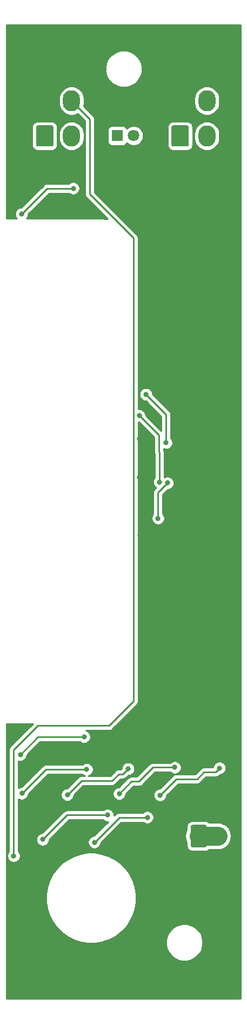
<source format=gbr>
%TF.GenerationSoftware,KiCad,Pcbnew,(5.1.10)-1*%
%TF.CreationDate,2022-05-14T12:30:45+10:00*%
%TF.ProjectId,DEFOG Panel PCB V2,4445464f-4720-4506-916e-656c20504342,rev?*%
%TF.SameCoordinates,Original*%
%TF.FileFunction,Copper,L2,Bot*%
%TF.FilePolarity,Positive*%
%FSLAX46Y46*%
G04 Gerber Fmt 4.6, Leading zero omitted, Abs format (unit mm)*
G04 Created by KiCad (PCBNEW (5.1.10)-1) date 2022-05-14 12:30:45*
%MOMM*%
%LPD*%
G01*
G04 APERTURE LIST*
%TA.AperFunction,ComponentPad*%
%ADD10O,2.700000X3.300000*%
%TD*%
%TA.AperFunction,ComponentPad*%
%ADD11C,1.800000*%
%TD*%
%TA.AperFunction,ComponentPad*%
%ADD12R,1.800000X1.800000*%
%TD*%
%TA.AperFunction,ViaPad*%
%ADD13C,0.800000*%
%TD*%
%TA.AperFunction,Conductor*%
%ADD14C,3.000000*%
%TD*%
%TA.AperFunction,Conductor*%
%ADD15C,0.250000*%
%TD*%
%TA.AperFunction,Conductor*%
%ADD16C,0.254000*%
%TD*%
%TA.AperFunction,Conductor*%
%ADD17C,0.100000*%
%TD*%
G04 APERTURE END LIST*
D10*
%TO.P,J2,4*%
%TO.N,/DATAOUT*%
X131520000Y-43320000D03*
%TO.P,J2,3*%
%TO.N,/LEDGND*%
X127320000Y-43320000D03*
%TO.P,J2,2*%
%TO.N,/LED+5V*%
X131520000Y-48820000D03*
%TO.P,J2,1*%
%TA.AperFunction,ComponentPad*%
G36*
G01*
X125970000Y-50218900D02*
X125970000Y-47421100D01*
G75*
G02*
X126221100Y-47170000I251100J0D01*
G01*
X128418900Y-47170000D01*
G75*
G02*
X128670000Y-47421100I0J-251100D01*
G01*
X128670000Y-50218900D01*
G75*
G02*
X128418900Y-50470000I-251100J0D01*
G01*
X126221100Y-50470000D01*
G75*
G02*
X125970000Y-50218900I0J251100D01*
G01*
G37*
%TD.AperFunction*%
%TD*%
%TO.P,J1,4*%
%TO.N,/DATAIN*%
X152730000Y-43320000D03*
%TO.P,J1,3*%
%TO.N,/LEDGND*%
X148530000Y-43320000D03*
%TO.P,J1,2*%
%TO.N,/LED+5V*%
X152730000Y-48820000D03*
%TO.P,J1,1*%
%TA.AperFunction,ComponentPad*%
G36*
G01*
X147180000Y-50218900D02*
X147180000Y-47421100D01*
G75*
G02*
X147431100Y-47170000I251100J0D01*
G01*
X149628900Y-47170000D01*
G75*
G02*
X149880000Y-47421100I0J-251100D01*
G01*
X149880000Y-50218900D01*
G75*
G02*
X149628900Y-50470000I-251100J0D01*
G01*
X147431100Y-50470000D01*
G75*
G02*
X147180000Y-50218900I0J251100D01*
G01*
G37*
%TD.AperFunction*%
%TD*%
D11*
%TO.P,D30,2*%
%TO.N,/LED+5V*%
X141250000Y-48780000D03*
D12*
%TO.P,D30,1*%
%TO.N,Net-(D30-Pad1)*%
X138710000Y-48780000D03*
%TD*%
%TO.P,C1,2*%
%TO.N,/LEDGND*%
%TA.AperFunction,SMDPad,CuDef*%
G36*
G01*
X152450000Y-153470000D02*
X150450000Y-153470000D01*
G75*
G02*
X150200000Y-153220000I0J250000D01*
G01*
X150200000Y-150220000D01*
G75*
G02*
X150450000Y-149970000I250000J0D01*
G01*
X152450000Y-149970000D01*
G75*
G02*
X152700000Y-150220000I0J-250000D01*
G01*
X152700000Y-153220000D01*
G75*
G02*
X152450000Y-153470000I-250000J0D01*
G01*
G37*
%TD.AperFunction*%
%TO.P,C1,1*%
%TO.N,/LED+5V*%
%TA.AperFunction,SMDPad,CuDef*%
G36*
G01*
X152450000Y-159970000D02*
X150450000Y-159970000D01*
G75*
G02*
X150200000Y-159720000I0J250000D01*
G01*
X150200000Y-156720000D01*
G75*
G02*
X150450000Y-156470000I250000J0D01*
G01*
X152450000Y-156470000D01*
G75*
G02*
X152700000Y-156720000I0J-250000D01*
G01*
X152700000Y-159720000D01*
G75*
G02*
X152450000Y-159970000I-250000J0D01*
G01*
G37*
%TD.AperFunction*%
%TD*%
D13*
%TO.N,/LEDGND*%
X139808000Y-53447500D03*
X130302000Y-158242000D03*
X122428000Y-164592000D03*
X122440000Y-173724000D03*
X129540000Y-175260000D03*
X133480000Y-180724000D03*
X140706000Y-179822000D03*
X145542000Y-169926000D03*
X143256000Y-161290000D03*
X145401000Y-158101000D03*
X155956000Y-151638000D03*
X148590000Y-151638000D03*
X141224000Y-151638000D03*
X134366000Y-151384000D03*
X127254000Y-151384000D03*
X133289000Y-144465000D03*
X125984000Y-145288000D03*
X142240000Y-111252000D03*
X142160000Y-102188000D03*
X142130000Y-96156000D03*
X134609000Y-59955000D03*
X137922000Y-159258000D03*
X126800000Y-60900000D03*
%TO.N,/LED+5V*%
X154410000Y-158220000D03*
X153692000Y-158220000D03*
X152930000Y-158220000D03*
%TO.N,Net-(D1-Pad2)*%
X123700000Y-61000000D03*
X131800000Y-57000000D03*
%TO.N,Net-(D2-Pad2)*%
X146350000Y-96750000D03*
X143200000Y-89200000D03*
%TO.N,Net-(D3-Pad2)*%
X142130000Y-92530000D03*
X145300000Y-102900000D03*
%TO.N,Net-(D4-Pad2)*%
X145070000Y-108570000D03*
X146550000Y-103050000D03*
%TO.N,Net-(D6-Pad2)*%
X133485000Y-142715000D03*
X123500000Y-145500000D03*
%TO.N,Net-(D8-Pad2)*%
X123754000Y-151554000D03*
X133900000Y-147800000D03*
%TO.N,Net-(D10-Pad4)*%
X130866000Y-151766000D03*
X140400000Y-147700000D03*
%TO.N,Net-(D10-Pad2)*%
X139000000Y-151600000D03*
X147700000Y-147500000D03*
%TO.N,Net-(D11-Pad2)*%
X145400000Y-151820000D03*
X154700000Y-147600000D03*
%TO.N,Net-(D13-Pad2)*%
X127000000Y-158750000D03*
X137160000Y-154940000D03*
%TO.N,Net-(D14-Pad2)*%
X135100000Y-159200000D03*
X143400000Y-155300000D03*
%TO.N,/DATAOUT*%
X122460000Y-161322000D03*
%TD*%
D14*
%TO.N,/LED+5V*%
X151450000Y-158220000D02*
X152930000Y-158220000D01*
X154410000Y-158220000D02*
X154410000Y-158220000D01*
X153692000Y-158220000D02*
X154410000Y-158220000D01*
X152930000Y-158220000D02*
X153692000Y-158220000D01*
D15*
%TO.N,Net-(D1-Pad2)*%
X127700000Y-57000000D02*
X123700000Y-61000000D01*
X131800000Y-57000000D02*
X127700000Y-57000000D01*
%TO.N,Net-(D2-Pad2)*%
X146350000Y-92350000D02*
X143200000Y-89200000D01*
X146350000Y-96750000D02*
X146350000Y-92350000D01*
%TO.N,Net-(D3-Pad2)*%
X145300000Y-98252998D02*
X145200000Y-98152998D01*
X145300000Y-102900000D02*
X145300000Y-98252998D01*
X145200000Y-95600000D02*
X142130000Y-92530000D01*
X145200000Y-98152998D02*
X145200000Y-95600000D01*
%TO.N,Net-(D4-Pad2)*%
X145070000Y-104530000D02*
X146550000Y-103050000D01*
X145070000Y-108570000D02*
X145070000Y-104530000D01*
%TO.N,Net-(D6-Pad2)*%
X126285000Y-142715000D02*
X123500000Y-145500000D01*
X133485000Y-142715000D02*
X126285000Y-142715000D01*
%TO.N,Net-(D8-Pad2)*%
X127508000Y-147800000D02*
X123754000Y-151554000D01*
X133900000Y-147800000D02*
X127508000Y-147800000D01*
%TO.N,Net-(D10-Pad4)*%
X139574999Y-148525001D02*
X140400000Y-147700000D01*
X138906999Y-148525001D02*
X139574999Y-148525001D01*
X133066000Y-149566000D02*
X137866000Y-149566000D01*
X137866000Y-149566000D02*
X138906999Y-148525001D01*
X130866000Y-151766000D02*
X133066000Y-149566000D01*
%TO.N,Net-(D10-Pad2)*%
X144288998Y-147500000D02*
X142088998Y-149700000D01*
X147700000Y-147500000D02*
X144288998Y-147500000D01*
X140900000Y-149700000D02*
X139000000Y-151600000D01*
X142088998Y-149700000D02*
X140900000Y-149700000D01*
%TO.N,Net-(D11-Pad2)*%
X154074999Y-148225001D02*
X154700000Y-147600000D01*
X152274999Y-148225001D02*
X154074999Y-148225001D01*
X147920000Y-149300000D02*
X151200000Y-149300000D01*
X151200000Y-149300000D02*
X152274999Y-148225001D01*
X145400000Y-151820000D02*
X147920000Y-149300000D01*
%TO.N,Net-(D13-Pad2)*%
X130810000Y-154940000D02*
X127000000Y-158750000D01*
X137160000Y-154940000D02*
X130810000Y-154940000D01*
%TO.N,Net-(D14-Pad2)*%
X139000000Y-155300000D02*
X135100000Y-159200000D01*
X143400000Y-155300000D02*
X139000000Y-155300000D01*
%TO.N,/DATAOUT*%
X122460000Y-161322000D02*
X122460000Y-144748000D01*
X122460000Y-144748000D02*
X126238000Y-140970000D01*
X137393436Y-140970000D02*
X141224000Y-137139436D01*
X126238000Y-140970000D02*
X137393436Y-140970000D01*
X141224000Y-137139436D02*
X141224000Y-64770000D01*
X141224000Y-64770000D02*
X134366000Y-57912000D01*
X134366000Y-46166000D02*
X131520000Y-43320000D01*
X134366000Y-57912000D02*
X134366000Y-46166000D01*
%TD*%
D16*
%TO.N,/LEDGND*%
X157999016Y-183652625D02*
X121369016Y-183652625D01*
X121369016Y-167320173D01*
X127520918Y-167320173D01*
X127520918Y-168435077D01*
X127695328Y-169536254D01*
X128039852Y-170596591D01*
X128546008Y-171589977D01*
X129201332Y-172491953D01*
X129989688Y-173280309D01*
X130891664Y-173935633D01*
X131885050Y-174441789D01*
X132945387Y-174786313D01*
X134046564Y-174960723D01*
X135161468Y-174960723D01*
X136262645Y-174786313D01*
X136904921Y-174577625D01*
X146315367Y-174577625D01*
X146315367Y-175147625D01*
X146426568Y-175706671D01*
X146644698Y-176233282D01*
X146961372Y-176707219D01*
X147364422Y-177110269D01*
X147838359Y-177426943D01*
X148364970Y-177645073D01*
X148924016Y-177756274D01*
X149494016Y-177756274D01*
X150053062Y-177645073D01*
X150579673Y-177426943D01*
X151053610Y-177110269D01*
X151456660Y-176707219D01*
X151773334Y-176233282D01*
X151991464Y-175706671D01*
X152102665Y-175147625D01*
X152102665Y-174577625D01*
X151991464Y-174018579D01*
X151773334Y-173491968D01*
X151456660Y-173018031D01*
X151053610Y-172614981D01*
X150579673Y-172298307D01*
X150053062Y-172080177D01*
X149494016Y-171968976D01*
X148924016Y-171968976D01*
X148364970Y-172080177D01*
X147838359Y-172298307D01*
X147364422Y-172614981D01*
X146961372Y-173018031D01*
X146644698Y-173491968D01*
X146426568Y-174018579D01*
X146315367Y-174577625D01*
X136904921Y-174577625D01*
X137322982Y-174441789D01*
X138316368Y-173935633D01*
X139218344Y-173280309D01*
X140006700Y-172491953D01*
X140662024Y-171589977D01*
X141168180Y-170596591D01*
X141512704Y-169536254D01*
X141687114Y-168435077D01*
X141687114Y-167320173D01*
X141512704Y-166218996D01*
X141168180Y-165158659D01*
X140662024Y-164165273D01*
X140006700Y-163263297D01*
X139218344Y-162474941D01*
X138316368Y-161819617D01*
X137322982Y-161313461D01*
X136262645Y-160968937D01*
X135161468Y-160794527D01*
X134046564Y-160794527D01*
X132945387Y-160968937D01*
X131885050Y-161313461D01*
X130891664Y-161819617D01*
X129989688Y-162474941D01*
X129201332Y-163263297D01*
X128546008Y-164165273D01*
X128039852Y-165158659D01*
X127695328Y-166218996D01*
X127520918Y-167320173D01*
X121369016Y-167320173D01*
X121369016Y-140672625D01*
X125460573Y-140672625D01*
X121948998Y-144184201D01*
X121920000Y-144207999D01*
X121896202Y-144236997D01*
X121896201Y-144236998D01*
X121825026Y-144323724D01*
X121754454Y-144455754D01*
X121710998Y-144599015D01*
X121696324Y-144748000D01*
X121700001Y-144785333D01*
X121700000Y-160618289D01*
X121656063Y-160662226D01*
X121542795Y-160831744D01*
X121464774Y-161020102D01*
X121425000Y-161220061D01*
X121425000Y-161423939D01*
X121464774Y-161623898D01*
X121542795Y-161812256D01*
X121656063Y-161981774D01*
X121800226Y-162125937D01*
X121969744Y-162239205D01*
X122158102Y-162317226D01*
X122358061Y-162357000D01*
X122561939Y-162357000D01*
X122761898Y-162317226D01*
X122950256Y-162239205D01*
X123119774Y-162125937D01*
X123263937Y-161981774D01*
X123377205Y-161812256D01*
X123455226Y-161623898D01*
X123495000Y-161423939D01*
X123495000Y-161220061D01*
X123455226Y-161020102D01*
X123377205Y-160831744D01*
X123263937Y-160662226D01*
X123220000Y-160618289D01*
X123220000Y-158648061D01*
X125965000Y-158648061D01*
X125965000Y-158851939D01*
X126004774Y-159051898D01*
X126082795Y-159240256D01*
X126196063Y-159409774D01*
X126340226Y-159553937D01*
X126509744Y-159667205D01*
X126698102Y-159745226D01*
X126898061Y-159785000D01*
X127101939Y-159785000D01*
X127301898Y-159745226D01*
X127490256Y-159667205D01*
X127659774Y-159553937D01*
X127803937Y-159409774D01*
X127917205Y-159240256D01*
X127995226Y-159051898D01*
X128035000Y-158851939D01*
X128035000Y-158789801D01*
X131124802Y-155700000D01*
X136456289Y-155700000D01*
X136500226Y-155743937D01*
X136669744Y-155857205D01*
X136858102Y-155935226D01*
X137058061Y-155975000D01*
X137250198Y-155975000D01*
X135060199Y-158165000D01*
X134998061Y-158165000D01*
X134798102Y-158204774D01*
X134609744Y-158282795D01*
X134440226Y-158396063D01*
X134296063Y-158540226D01*
X134182795Y-158709744D01*
X134104774Y-158898102D01*
X134065000Y-159098061D01*
X134065000Y-159301939D01*
X134104774Y-159501898D01*
X134182795Y-159690256D01*
X134296063Y-159859774D01*
X134440226Y-160003937D01*
X134609744Y-160117205D01*
X134798102Y-160195226D01*
X134998061Y-160235000D01*
X135201939Y-160235000D01*
X135401898Y-160195226D01*
X135590256Y-160117205D01*
X135759774Y-160003937D01*
X135903937Y-159859774D01*
X136017205Y-159690256D01*
X136095226Y-159501898D01*
X136135000Y-159301939D01*
X136135000Y-159239801D01*
X137154801Y-158220000D01*
X149304670Y-158220000D01*
X149345892Y-158638533D01*
X149467974Y-159040982D01*
X149561928Y-159216758D01*
X149561928Y-159720000D01*
X149578992Y-159893254D01*
X149629528Y-160059850D01*
X149711595Y-160213386D01*
X149822038Y-160347962D01*
X149956614Y-160458405D01*
X150110150Y-160540472D01*
X150276746Y-160591008D01*
X150450000Y-160608072D01*
X152450000Y-160608072D01*
X152623254Y-160591008D01*
X152789850Y-160540472D01*
X152943386Y-160458405D01*
X153069386Y-160355000D01*
X154514882Y-160355000D01*
X154828533Y-160324108D01*
X155230982Y-160202026D01*
X155601881Y-160003777D01*
X155926977Y-159736977D01*
X156193777Y-159411881D01*
X156392026Y-159040982D01*
X156514108Y-158638533D01*
X156555330Y-158220000D01*
X156514108Y-157801467D01*
X156392026Y-157399018D01*
X156193777Y-157028119D01*
X155926977Y-156703023D01*
X155601881Y-156436223D01*
X155230982Y-156237974D01*
X154828533Y-156115892D01*
X154514882Y-156085000D01*
X153069386Y-156085000D01*
X152943386Y-155981595D01*
X152789850Y-155899528D01*
X152623254Y-155848992D01*
X152450000Y-155831928D01*
X150450000Y-155831928D01*
X150276746Y-155848992D01*
X150110150Y-155899528D01*
X149956614Y-155981595D01*
X149822038Y-156092038D01*
X149711595Y-156226614D01*
X149629528Y-156380150D01*
X149578992Y-156546746D01*
X149561928Y-156720000D01*
X149561928Y-157223242D01*
X149467974Y-157399018D01*
X149345892Y-157801467D01*
X149304670Y-158220000D01*
X137154801Y-158220000D01*
X139314802Y-156060000D01*
X142696289Y-156060000D01*
X142740226Y-156103937D01*
X142909744Y-156217205D01*
X143098102Y-156295226D01*
X143298061Y-156335000D01*
X143501939Y-156335000D01*
X143701898Y-156295226D01*
X143890256Y-156217205D01*
X144059774Y-156103937D01*
X144203937Y-155959774D01*
X144317205Y-155790256D01*
X144395226Y-155601898D01*
X144435000Y-155401939D01*
X144435000Y-155198061D01*
X144395226Y-154998102D01*
X144317205Y-154809744D01*
X144203937Y-154640226D01*
X144059774Y-154496063D01*
X143890256Y-154382795D01*
X143701898Y-154304774D01*
X143501939Y-154265000D01*
X143298061Y-154265000D01*
X143098102Y-154304774D01*
X142909744Y-154382795D01*
X142740226Y-154496063D01*
X142696289Y-154540000D01*
X139037323Y-154540000D01*
X139000000Y-154536324D01*
X138962677Y-154540000D01*
X138962667Y-154540000D01*
X138851014Y-154550997D01*
X138707753Y-154594454D01*
X138575723Y-154665026D01*
X138492083Y-154733668D01*
X138459999Y-154759999D01*
X138436201Y-154788997D01*
X138195000Y-155030198D01*
X138195000Y-154838061D01*
X138155226Y-154638102D01*
X138077205Y-154449744D01*
X137963937Y-154280226D01*
X137819774Y-154136063D01*
X137650256Y-154022795D01*
X137461898Y-153944774D01*
X137261939Y-153905000D01*
X137058061Y-153905000D01*
X136858102Y-153944774D01*
X136669744Y-154022795D01*
X136500226Y-154136063D01*
X136456289Y-154180000D01*
X130847325Y-154180000D01*
X130810000Y-154176324D01*
X130772675Y-154180000D01*
X130772667Y-154180000D01*
X130661014Y-154190997D01*
X130517753Y-154234454D01*
X130385724Y-154305026D01*
X130269999Y-154399999D01*
X130246201Y-154428997D01*
X126960199Y-157715000D01*
X126898061Y-157715000D01*
X126698102Y-157754774D01*
X126509744Y-157832795D01*
X126340226Y-157946063D01*
X126196063Y-158090226D01*
X126082795Y-158259744D01*
X126004774Y-158448102D01*
X125965000Y-158648061D01*
X123220000Y-158648061D01*
X123220000Y-152441976D01*
X123263744Y-152471205D01*
X123452102Y-152549226D01*
X123652061Y-152589000D01*
X123855939Y-152589000D01*
X124055898Y-152549226D01*
X124244256Y-152471205D01*
X124413774Y-152357937D01*
X124557937Y-152213774D01*
X124671205Y-152044256D01*
X124749226Y-151855898D01*
X124789000Y-151655939D01*
X124789000Y-151593801D01*
X127822802Y-148560000D01*
X133196289Y-148560000D01*
X133240226Y-148603937D01*
X133409744Y-148717205D01*
X133598102Y-148795226D01*
X133652267Y-148806000D01*
X133103323Y-148806000D01*
X133066000Y-148802324D01*
X133028677Y-148806000D01*
X133028667Y-148806000D01*
X132917014Y-148816997D01*
X132773753Y-148860454D01*
X132641724Y-148931026D01*
X132525999Y-149025999D01*
X132502201Y-149054997D01*
X130826199Y-150731000D01*
X130764061Y-150731000D01*
X130564102Y-150770774D01*
X130375744Y-150848795D01*
X130206226Y-150962063D01*
X130062063Y-151106226D01*
X129948795Y-151275744D01*
X129870774Y-151464102D01*
X129831000Y-151664061D01*
X129831000Y-151867939D01*
X129870774Y-152067898D01*
X129948795Y-152256256D01*
X130062063Y-152425774D01*
X130206226Y-152569937D01*
X130375744Y-152683205D01*
X130564102Y-152761226D01*
X130764061Y-152801000D01*
X130967939Y-152801000D01*
X131167898Y-152761226D01*
X131356256Y-152683205D01*
X131525774Y-152569937D01*
X131669937Y-152425774D01*
X131783205Y-152256256D01*
X131861226Y-152067898D01*
X131901000Y-151867939D01*
X131901000Y-151805801D01*
X132208740Y-151498061D01*
X137965000Y-151498061D01*
X137965000Y-151701939D01*
X138004774Y-151901898D01*
X138082795Y-152090256D01*
X138196063Y-152259774D01*
X138340226Y-152403937D01*
X138509744Y-152517205D01*
X138698102Y-152595226D01*
X138898061Y-152635000D01*
X139101939Y-152635000D01*
X139301898Y-152595226D01*
X139490256Y-152517205D01*
X139659774Y-152403937D01*
X139803937Y-152259774D01*
X139917205Y-152090256D01*
X139995226Y-151901898D01*
X140031793Y-151718061D01*
X144365000Y-151718061D01*
X144365000Y-151921939D01*
X144404774Y-152121898D01*
X144482795Y-152310256D01*
X144596063Y-152479774D01*
X144740226Y-152623937D01*
X144909744Y-152737205D01*
X145098102Y-152815226D01*
X145298061Y-152855000D01*
X145501939Y-152855000D01*
X145701898Y-152815226D01*
X145890256Y-152737205D01*
X146059774Y-152623937D01*
X146203937Y-152479774D01*
X146317205Y-152310256D01*
X146395226Y-152121898D01*
X146435000Y-151921939D01*
X146435000Y-151859801D01*
X148234802Y-150060000D01*
X151162678Y-150060000D01*
X151200000Y-150063676D01*
X151237322Y-150060000D01*
X151237333Y-150060000D01*
X151348986Y-150049003D01*
X151492247Y-150005546D01*
X151624276Y-149934974D01*
X151740001Y-149840001D01*
X151763804Y-149810998D01*
X152589801Y-148985001D01*
X154037677Y-148985001D01*
X154074999Y-148988677D01*
X154112321Y-148985001D01*
X154112332Y-148985001D01*
X154223985Y-148974004D01*
X154367246Y-148930547D01*
X154499275Y-148859975D01*
X154615000Y-148765002D01*
X154638802Y-148735999D01*
X154739801Y-148635000D01*
X154801939Y-148635000D01*
X155001898Y-148595226D01*
X155190256Y-148517205D01*
X155359774Y-148403937D01*
X155503937Y-148259774D01*
X155617205Y-148090256D01*
X155695226Y-147901898D01*
X155735000Y-147701939D01*
X155735000Y-147498061D01*
X155695226Y-147298102D01*
X155617205Y-147109744D01*
X155503937Y-146940226D01*
X155359774Y-146796063D01*
X155190256Y-146682795D01*
X155001898Y-146604774D01*
X154801939Y-146565000D01*
X154598061Y-146565000D01*
X154398102Y-146604774D01*
X154209744Y-146682795D01*
X154040226Y-146796063D01*
X153896063Y-146940226D01*
X153782795Y-147109744D01*
X153704774Y-147298102D01*
X153671576Y-147465001D01*
X152312321Y-147465001D01*
X152274998Y-147461325D01*
X152237675Y-147465001D01*
X152237666Y-147465001D01*
X152126013Y-147475998D01*
X151982752Y-147519455D01*
X151850723Y-147590027D01*
X151734998Y-147685000D01*
X151711200Y-147713998D01*
X150885199Y-148540000D01*
X147957322Y-148540000D01*
X147919999Y-148536324D01*
X147882676Y-148540000D01*
X147882667Y-148540000D01*
X147771014Y-148550997D01*
X147627753Y-148594454D01*
X147495724Y-148665026D01*
X147379999Y-148759999D01*
X147356201Y-148788997D01*
X145360199Y-150785000D01*
X145298061Y-150785000D01*
X145098102Y-150824774D01*
X144909744Y-150902795D01*
X144740226Y-151016063D01*
X144596063Y-151160226D01*
X144482795Y-151329744D01*
X144404774Y-151518102D01*
X144365000Y-151718061D01*
X140031793Y-151718061D01*
X140035000Y-151701939D01*
X140035000Y-151639801D01*
X141214802Y-150460000D01*
X142051676Y-150460000D01*
X142088998Y-150463676D01*
X142126320Y-150460000D01*
X142126331Y-150460000D01*
X142237984Y-150449003D01*
X142381245Y-150405546D01*
X142513274Y-150334974D01*
X142628999Y-150240001D01*
X142652802Y-150210997D01*
X144603800Y-148260000D01*
X146996289Y-148260000D01*
X147040226Y-148303937D01*
X147209744Y-148417205D01*
X147398102Y-148495226D01*
X147598061Y-148535000D01*
X147801939Y-148535000D01*
X148001898Y-148495226D01*
X148190256Y-148417205D01*
X148359774Y-148303937D01*
X148503937Y-148159774D01*
X148617205Y-147990256D01*
X148695226Y-147801898D01*
X148735000Y-147601939D01*
X148735000Y-147398061D01*
X148695226Y-147198102D01*
X148617205Y-147009744D01*
X148503937Y-146840226D01*
X148359774Y-146696063D01*
X148190256Y-146582795D01*
X148001898Y-146504774D01*
X147801939Y-146465000D01*
X147598061Y-146465000D01*
X147398102Y-146504774D01*
X147209744Y-146582795D01*
X147040226Y-146696063D01*
X146996289Y-146740000D01*
X144326321Y-146740000D01*
X144288998Y-146736324D01*
X144251675Y-146740000D01*
X144251665Y-146740000D01*
X144140012Y-146750997D01*
X143996751Y-146794454D01*
X143864722Y-146865026D01*
X143748997Y-146959999D01*
X143725199Y-146988997D01*
X141774197Y-148940000D01*
X140937325Y-148940000D01*
X140900000Y-148936324D01*
X140862675Y-148940000D01*
X140862667Y-148940000D01*
X140751014Y-148950997D01*
X140607753Y-148994454D01*
X140475724Y-149065026D01*
X140359999Y-149159999D01*
X140336201Y-149188997D01*
X138960199Y-150565000D01*
X138898061Y-150565000D01*
X138698102Y-150604774D01*
X138509744Y-150682795D01*
X138340226Y-150796063D01*
X138196063Y-150940226D01*
X138082795Y-151109744D01*
X138004774Y-151298102D01*
X137965000Y-151498061D01*
X132208740Y-151498061D01*
X133380802Y-150326000D01*
X137828678Y-150326000D01*
X137866000Y-150329676D01*
X137903322Y-150326000D01*
X137903333Y-150326000D01*
X138014986Y-150315003D01*
X138158247Y-150271546D01*
X138290276Y-150200974D01*
X138406001Y-150106001D01*
X138429804Y-150076998D01*
X139221801Y-149285001D01*
X139537677Y-149285001D01*
X139574999Y-149288677D01*
X139612321Y-149285001D01*
X139612332Y-149285001D01*
X139723985Y-149274004D01*
X139867246Y-149230547D01*
X139999275Y-149159975D01*
X140115000Y-149065002D01*
X140138802Y-149035999D01*
X140439801Y-148735000D01*
X140501939Y-148735000D01*
X140701898Y-148695226D01*
X140890256Y-148617205D01*
X141059774Y-148503937D01*
X141203937Y-148359774D01*
X141317205Y-148190256D01*
X141395226Y-148001898D01*
X141435000Y-147801939D01*
X141435000Y-147598061D01*
X141395226Y-147398102D01*
X141317205Y-147209744D01*
X141203937Y-147040226D01*
X141059774Y-146896063D01*
X140890256Y-146782795D01*
X140701898Y-146704774D01*
X140501939Y-146665000D01*
X140298061Y-146665000D01*
X140098102Y-146704774D01*
X139909744Y-146782795D01*
X139740226Y-146896063D01*
X139596063Y-147040226D01*
X139482795Y-147209744D01*
X139404774Y-147398102D01*
X139365000Y-147598061D01*
X139365000Y-147660199D01*
X139260198Y-147765001D01*
X138944322Y-147765001D01*
X138906999Y-147761325D01*
X138869676Y-147765001D01*
X138869666Y-147765001D01*
X138758013Y-147775998D01*
X138614752Y-147819455D01*
X138482722Y-147890027D01*
X138410881Y-147948986D01*
X138366998Y-147985000D01*
X138343200Y-148013998D01*
X137551199Y-148806000D01*
X134147733Y-148806000D01*
X134201898Y-148795226D01*
X134390256Y-148717205D01*
X134559774Y-148603937D01*
X134703937Y-148459774D01*
X134817205Y-148290256D01*
X134895226Y-148101898D01*
X134935000Y-147901939D01*
X134935000Y-147698061D01*
X134895226Y-147498102D01*
X134817205Y-147309744D01*
X134703937Y-147140226D01*
X134559774Y-146996063D01*
X134390256Y-146882795D01*
X134201898Y-146804774D01*
X134001939Y-146765000D01*
X133798061Y-146765000D01*
X133598102Y-146804774D01*
X133409744Y-146882795D01*
X133240226Y-146996063D01*
X133196289Y-147040000D01*
X127545325Y-147040000D01*
X127508000Y-147036324D01*
X127470675Y-147040000D01*
X127470667Y-147040000D01*
X127359014Y-147050997D01*
X127215753Y-147094454D01*
X127083724Y-147165026D01*
X126967999Y-147259999D01*
X126944201Y-147288997D01*
X123714199Y-150519000D01*
X123652061Y-150519000D01*
X123452102Y-150558774D01*
X123263744Y-150636795D01*
X123220000Y-150666024D01*
X123220000Y-146499582D01*
X123398061Y-146535000D01*
X123601939Y-146535000D01*
X123801898Y-146495226D01*
X123990256Y-146417205D01*
X124159774Y-146303937D01*
X124303937Y-146159774D01*
X124417205Y-145990256D01*
X124495226Y-145801898D01*
X124535000Y-145601939D01*
X124535000Y-145539801D01*
X126599802Y-143475000D01*
X132781289Y-143475000D01*
X132825226Y-143518937D01*
X132994744Y-143632205D01*
X133183102Y-143710226D01*
X133383061Y-143750000D01*
X133586939Y-143750000D01*
X133786898Y-143710226D01*
X133975256Y-143632205D01*
X134144774Y-143518937D01*
X134288937Y-143374774D01*
X134402205Y-143205256D01*
X134480226Y-143016898D01*
X134520000Y-142816939D01*
X134520000Y-142613061D01*
X134480226Y-142413102D01*
X134402205Y-142224744D01*
X134288937Y-142055226D01*
X134144774Y-141911063D01*
X133975256Y-141797795D01*
X133811586Y-141730000D01*
X137356114Y-141730000D01*
X137393436Y-141733676D01*
X137430758Y-141730000D01*
X137430769Y-141730000D01*
X137542422Y-141719003D01*
X137685683Y-141675546D01*
X137817712Y-141604974D01*
X137933437Y-141510001D01*
X137957240Y-141480997D01*
X141735004Y-137703234D01*
X141764001Y-137679437D01*
X141858974Y-137563712D01*
X141929546Y-137431683D01*
X141973003Y-137288422D01*
X141984000Y-137176769D01*
X141984000Y-137176768D01*
X141987677Y-137139436D01*
X141984000Y-137102103D01*
X141984000Y-93556236D01*
X142028061Y-93565000D01*
X142090199Y-93565000D01*
X144440001Y-95914803D01*
X144440000Y-98115675D01*
X144436324Y-98152998D01*
X144440000Y-98190320D01*
X144440000Y-98190330D01*
X144450997Y-98301983D01*
X144481331Y-98401983D01*
X144494454Y-98445244D01*
X144540001Y-98530456D01*
X144540000Y-102196289D01*
X144496063Y-102240226D01*
X144382795Y-102409744D01*
X144304774Y-102598102D01*
X144265000Y-102798061D01*
X144265000Y-103001939D01*
X144304774Y-103201898D01*
X144382795Y-103390256D01*
X144496063Y-103559774D01*
X144640226Y-103703937D01*
X144748749Y-103776450D01*
X144558998Y-103966201D01*
X144530000Y-103989999D01*
X144506202Y-104018997D01*
X144506201Y-104018998D01*
X144435026Y-104105724D01*
X144364454Y-104237754D01*
X144320998Y-104381015D01*
X144306324Y-104530000D01*
X144310001Y-104567332D01*
X144310000Y-107866289D01*
X144266063Y-107910226D01*
X144152795Y-108079744D01*
X144074774Y-108268102D01*
X144035000Y-108468061D01*
X144035000Y-108671939D01*
X144074774Y-108871898D01*
X144152795Y-109060256D01*
X144266063Y-109229774D01*
X144410226Y-109373937D01*
X144579744Y-109487205D01*
X144768102Y-109565226D01*
X144968061Y-109605000D01*
X145171939Y-109605000D01*
X145371898Y-109565226D01*
X145560256Y-109487205D01*
X145729774Y-109373937D01*
X145873937Y-109229774D01*
X145987205Y-109060256D01*
X146065226Y-108871898D01*
X146105000Y-108671939D01*
X146105000Y-108468061D01*
X146065226Y-108268102D01*
X145987205Y-108079744D01*
X145873937Y-107910226D01*
X145830000Y-107866289D01*
X145830000Y-104844801D01*
X146589802Y-104085000D01*
X146651939Y-104085000D01*
X146851898Y-104045226D01*
X147040256Y-103967205D01*
X147209774Y-103853937D01*
X147353937Y-103709774D01*
X147467205Y-103540256D01*
X147545226Y-103351898D01*
X147585000Y-103151939D01*
X147585000Y-102948061D01*
X147545226Y-102748102D01*
X147467205Y-102559744D01*
X147353937Y-102390226D01*
X147209774Y-102246063D01*
X147040256Y-102132795D01*
X146851898Y-102054774D01*
X146651939Y-102015000D01*
X146448061Y-102015000D01*
X146248102Y-102054774D01*
X146060000Y-102132689D01*
X146060000Y-98290320D01*
X146063676Y-98252997D01*
X146060000Y-98215675D01*
X146060000Y-98215665D01*
X146049003Y-98104012D01*
X146005546Y-97960751D01*
X145960000Y-97875542D01*
X145960000Y-97708733D01*
X146048102Y-97745226D01*
X146248061Y-97785000D01*
X146451939Y-97785000D01*
X146651898Y-97745226D01*
X146840256Y-97667205D01*
X147009774Y-97553937D01*
X147153937Y-97409774D01*
X147267205Y-97240256D01*
X147345226Y-97051898D01*
X147385000Y-96851939D01*
X147385000Y-96648061D01*
X147345226Y-96448102D01*
X147267205Y-96259744D01*
X147153937Y-96090226D01*
X147110000Y-96046289D01*
X147110000Y-92387325D01*
X147113676Y-92350000D01*
X147110000Y-92312675D01*
X147110000Y-92312667D01*
X147099003Y-92201014D01*
X147055546Y-92057753D01*
X146984974Y-91925724D01*
X146890001Y-91809999D01*
X146861003Y-91786201D01*
X144235000Y-89160199D01*
X144235000Y-89098061D01*
X144195226Y-88898102D01*
X144117205Y-88709744D01*
X144003937Y-88540226D01*
X143859774Y-88396063D01*
X143690256Y-88282795D01*
X143501898Y-88204774D01*
X143301939Y-88165000D01*
X143098061Y-88165000D01*
X142898102Y-88204774D01*
X142709744Y-88282795D01*
X142540226Y-88396063D01*
X142396063Y-88540226D01*
X142282795Y-88709744D01*
X142204774Y-88898102D01*
X142165000Y-89098061D01*
X142165000Y-89301939D01*
X142204774Y-89501898D01*
X142282795Y-89690256D01*
X142396063Y-89859774D01*
X142540226Y-90003937D01*
X142709744Y-90117205D01*
X142898102Y-90195226D01*
X143098061Y-90235000D01*
X143160199Y-90235000D01*
X145590001Y-92664803D01*
X145590000Y-94915198D01*
X143165000Y-92490199D01*
X143165000Y-92428061D01*
X143125226Y-92228102D01*
X143047205Y-92039744D01*
X142933937Y-91870226D01*
X142789774Y-91726063D01*
X142620256Y-91612795D01*
X142431898Y-91534774D01*
X142231939Y-91495000D01*
X142028061Y-91495000D01*
X141984000Y-91503764D01*
X141984000Y-64807333D01*
X141987677Y-64770000D01*
X141973003Y-64621014D01*
X141929546Y-64477753D01*
X141858974Y-64345724D01*
X141787799Y-64258997D01*
X141764001Y-64229999D01*
X141735003Y-64206201D01*
X135126000Y-57597199D01*
X135126000Y-47880000D01*
X137171928Y-47880000D01*
X137171928Y-49680000D01*
X137184188Y-49804482D01*
X137220498Y-49924180D01*
X137279463Y-50034494D01*
X137358815Y-50131185D01*
X137455506Y-50210537D01*
X137565820Y-50269502D01*
X137685518Y-50305812D01*
X137810000Y-50318072D01*
X139610000Y-50318072D01*
X139734482Y-50305812D01*
X139854180Y-50269502D01*
X139964494Y-50210537D01*
X140061185Y-50131185D01*
X140140537Y-50034494D01*
X140199502Y-49924180D01*
X140205056Y-49905873D01*
X140271495Y-49972312D01*
X140522905Y-50140299D01*
X140802257Y-50256011D01*
X141098816Y-50315000D01*
X141401184Y-50315000D01*
X141697743Y-50256011D01*
X141977095Y-50140299D01*
X142228505Y-49972312D01*
X142442312Y-49758505D01*
X142610299Y-49507095D01*
X142726011Y-49227743D01*
X142785000Y-48931184D01*
X142785000Y-48628816D01*
X142726011Y-48332257D01*
X142610299Y-48052905D01*
X142442312Y-47801495D01*
X142228505Y-47587688D01*
X141979189Y-47421100D01*
X146541928Y-47421100D01*
X146541928Y-50218900D01*
X146559013Y-50392369D01*
X146609612Y-50559171D01*
X146691781Y-50712897D01*
X146802360Y-50847640D01*
X146937103Y-50958219D01*
X147090829Y-51040388D01*
X147257631Y-51090987D01*
X147431100Y-51108072D01*
X149628900Y-51108072D01*
X149802369Y-51090987D01*
X149969171Y-51040388D01*
X150122897Y-50958219D01*
X150257640Y-50847640D01*
X150368219Y-50712897D01*
X150450388Y-50559171D01*
X150500987Y-50392369D01*
X150518072Y-50218900D01*
X150518072Y-48422491D01*
X150745000Y-48422491D01*
X150745000Y-49217510D01*
X150773722Y-49509128D01*
X150887226Y-49883302D01*
X151071547Y-50228143D01*
X151319603Y-50530398D01*
X151621858Y-50778453D01*
X151966699Y-50962774D01*
X152340873Y-51076278D01*
X152730000Y-51114604D01*
X153119128Y-51076278D01*
X153493302Y-50962774D01*
X153838143Y-50778453D01*
X154140398Y-50530398D01*
X154388453Y-50228143D01*
X154572774Y-49883302D01*
X154686278Y-49509127D01*
X154715000Y-49217509D01*
X154715000Y-48422490D01*
X154686278Y-48130872D01*
X154572774Y-47756698D01*
X154388453Y-47411857D01*
X154140398Y-47109602D01*
X153838143Y-46861547D01*
X153493301Y-46677226D01*
X153119127Y-46563722D01*
X152730000Y-46525396D01*
X152340872Y-46563722D01*
X151966698Y-46677226D01*
X151621857Y-46861547D01*
X151319602Y-47109602D01*
X151071547Y-47411857D01*
X150887226Y-47756699D01*
X150773722Y-48130873D01*
X150745000Y-48422491D01*
X150518072Y-48422491D01*
X150518072Y-47421100D01*
X150500987Y-47247631D01*
X150450388Y-47080829D01*
X150368219Y-46927103D01*
X150257640Y-46792360D01*
X150122897Y-46681781D01*
X149969171Y-46599612D01*
X149802369Y-46549013D01*
X149628900Y-46531928D01*
X147431100Y-46531928D01*
X147257631Y-46549013D01*
X147090829Y-46599612D01*
X146937103Y-46681781D01*
X146802360Y-46792360D01*
X146691781Y-46927103D01*
X146609612Y-47080829D01*
X146559013Y-47247631D01*
X146541928Y-47421100D01*
X141979189Y-47421100D01*
X141977095Y-47419701D01*
X141697743Y-47303989D01*
X141401184Y-47245000D01*
X141098816Y-47245000D01*
X140802257Y-47303989D01*
X140522905Y-47419701D01*
X140271495Y-47587688D01*
X140205056Y-47654127D01*
X140199502Y-47635820D01*
X140140537Y-47525506D01*
X140061185Y-47428815D01*
X139964494Y-47349463D01*
X139854180Y-47290498D01*
X139734482Y-47254188D01*
X139610000Y-47241928D01*
X137810000Y-47241928D01*
X137685518Y-47254188D01*
X137565820Y-47290498D01*
X137455506Y-47349463D01*
X137358815Y-47428815D01*
X137279463Y-47525506D01*
X137220498Y-47635820D01*
X137184188Y-47755518D01*
X137171928Y-47880000D01*
X135126000Y-47880000D01*
X135126000Y-46203325D01*
X135129676Y-46166000D01*
X135126000Y-46128675D01*
X135126000Y-46128667D01*
X135115003Y-46017014D01*
X135071546Y-45873753D01*
X135000974Y-45741724D01*
X134906001Y-45625999D01*
X134877003Y-45602201D01*
X133431510Y-44156708D01*
X133476278Y-44009127D01*
X133505000Y-43717509D01*
X133505000Y-42922491D01*
X150745000Y-42922491D01*
X150745000Y-43717510D01*
X150773722Y-44009128D01*
X150887226Y-44383302D01*
X151071547Y-44728143D01*
X151319603Y-45030398D01*
X151621858Y-45278453D01*
X151966699Y-45462774D01*
X152340873Y-45576278D01*
X152730000Y-45614604D01*
X153119128Y-45576278D01*
X153493302Y-45462774D01*
X153838143Y-45278453D01*
X154140398Y-45030398D01*
X154388453Y-44728143D01*
X154572774Y-44383302D01*
X154686278Y-44009127D01*
X154715000Y-43717509D01*
X154715000Y-42922490D01*
X154686278Y-42630872D01*
X154572774Y-42256698D01*
X154388453Y-41911857D01*
X154140398Y-41609602D01*
X153838143Y-41361547D01*
X153493301Y-41177226D01*
X153119127Y-41063722D01*
X152730000Y-41025396D01*
X152340872Y-41063722D01*
X151966698Y-41177226D01*
X151621857Y-41361547D01*
X151319602Y-41609602D01*
X151071547Y-41911857D01*
X150887226Y-42256699D01*
X150773722Y-42630873D01*
X150745000Y-42922491D01*
X133505000Y-42922491D01*
X133505000Y-42922490D01*
X133476278Y-42630872D01*
X133362774Y-42256698D01*
X133178453Y-41911857D01*
X132930398Y-41609602D01*
X132628143Y-41361547D01*
X132283301Y-41177226D01*
X131909127Y-41063722D01*
X131520000Y-41025396D01*
X131130872Y-41063722D01*
X130756698Y-41177226D01*
X130411857Y-41361547D01*
X130109602Y-41609602D01*
X129861547Y-41911857D01*
X129677226Y-42256699D01*
X129563722Y-42630873D01*
X129535000Y-42922491D01*
X129535000Y-43717510D01*
X129563722Y-44009128D01*
X129677226Y-44383302D01*
X129861547Y-44728143D01*
X130109603Y-45030398D01*
X130411858Y-45278453D01*
X130756699Y-45462774D01*
X131130873Y-45576278D01*
X131520000Y-45614604D01*
X131909128Y-45576278D01*
X132283302Y-45462774D01*
X132481848Y-45356649D01*
X133606001Y-46480803D01*
X133606000Y-57874678D01*
X133602324Y-57912000D01*
X133606000Y-57949322D01*
X133606000Y-57949332D01*
X133616997Y-58060985D01*
X133660454Y-58204246D01*
X133731026Y-58336276D01*
X133770871Y-58384826D01*
X133825999Y-58452001D01*
X133855003Y-58475804D01*
X137173447Y-61794248D01*
X136580739Y-61736133D01*
X136545121Y-61732625D01*
X124431086Y-61732625D01*
X124503937Y-61659774D01*
X124617205Y-61490256D01*
X124695226Y-61301898D01*
X124735000Y-61101939D01*
X124735000Y-61039801D01*
X128014802Y-57760000D01*
X131096289Y-57760000D01*
X131140226Y-57803937D01*
X131309744Y-57917205D01*
X131498102Y-57995226D01*
X131698061Y-58035000D01*
X131901939Y-58035000D01*
X132101898Y-57995226D01*
X132290256Y-57917205D01*
X132459774Y-57803937D01*
X132603937Y-57659774D01*
X132717205Y-57490256D01*
X132795226Y-57301898D01*
X132835000Y-57101939D01*
X132835000Y-56898061D01*
X132795226Y-56698102D01*
X132717205Y-56509744D01*
X132603937Y-56340226D01*
X132459774Y-56196063D01*
X132290256Y-56082795D01*
X132101898Y-56004774D01*
X131901939Y-55965000D01*
X131698061Y-55965000D01*
X131498102Y-56004774D01*
X131309744Y-56082795D01*
X131140226Y-56196063D01*
X131096289Y-56240000D01*
X127737322Y-56240000D01*
X127699999Y-56236324D01*
X127662676Y-56240000D01*
X127662667Y-56240000D01*
X127551014Y-56250997D01*
X127407753Y-56294454D01*
X127275724Y-56365026D01*
X127159999Y-56459999D01*
X127136201Y-56488997D01*
X123660199Y-59965000D01*
X123598061Y-59965000D01*
X123398102Y-60004774D01*
X123209744Y-60082795D01*
X123040226Y-60196063D01*
X122896063Y-60340226D01*
X122782795Y-60509744D01*
X122704774Y-60698102D01*
X122665000Y-60898061D01*
X122665000Y-61101939D01*
X122704774Y-61301898D01*
X122782795Y-61490256D01*
X122896063Y-61659774D01*
X122968914Y-61732625D01*
X121369016Y-61732625D01*
X121369016Y-47421100D01*
X125331928Y-47421100D01*
X125331928Y-50218900D01*
X125349013Y-50392369D01*
X125399612Y-50559171D01*
X125481781Y-50712897D01*
X125592360Y-50847640D01*
X125727103Y-50958219D01*
X125880829Y-51040388D01*
X126047631Y-51090987D01*
X126221100Y-51108072D01*
X128418900Y-51108072D01*
X128592369Y-51090987D01*
X128759171Y-51040388D01*
X128912897Y-50958219D01*
X129047640Y-50847640D01*
X129158219Y-50712897D01*
X129240388Y-50559171D01*
X129290987Y-50392369D01*
X129308072Y-50218900D01*
X129308072Y-48422491D01*
X129535000Y-48422491D01*
X129535000Y-49217510D01*
X129563722Y-49509128D01*
X129677226Y-49883302D01*
X129861547Y-50228143D01*
X130109603Y-50530398D01*
X130411858Y-50778453D01*
X130756699Y-50962774D01*
X131130873Y-51076278D01*
X131520000Y-51114604D01*
X131909128Y-51076278D01*
X132283302Y-50962774D01*
X132628143Y-50778453D01*
X132930398Y-50530398D01*
X133178453Y-50228143D01*
X133362774Y-49883302D01*
X133476278Y-49509127D01*
X133505000Y-49217509D01*
X133505000Y-48422490D01*
X133476278Y-48130872D01*
X133362774Y-47756698D01*
X133178453Y-47411857D01*
X132930398Y-47109602D01*
X132628143Y-46861547D01*
X132283301Y-46677226D01*
X131909127Y-46563722D01*
X131520000Y-46525396D01*
X131130872Y-46563722D01*
X130756698Y-46677226D01*
X130411857Y-46861547D01*
X130109602Y-47109602D01*
X129861547Y-47411857D01*
X129677226Y-47756699D01*
X129563722Y-48130873D01*
X129535000Y-48422491D01*
X129308072Y-48422491D01*
X129308072Y-47421100D01*
X129290987Y-47247631D01*
X129240388Y-47080829D01*
X129158219Y-46927103D01*
X129047640Y-46792360D01*
X128912897Y-46681781D01*
X128759171Y-46599612D01*
X128592369Y-46549013D01*
X128418900Y-46531928D01*
X126221100Y-46531928D01*
X126047631Y-46549013D01*
X125880829Y-46599612D01*
X125727103Y-46681781D01*
X125592360Y-46792360D01*
X125481781Y-46927103D01*
X125399612Y-47080829D01*
X125349013Y-47247631D01*
X125331928Y-47421100D01*
X121369016Y-47421100D01*
X121369016Y-38052625D01*
X136790367Y-38052625D01*
X136790367Y-38622625D01*
X136901568Y-39181671D01*
X137119698Y-39708282D01*
X137436372Y-40182219D01*
X137839422Y-40585269D01*
X138313359Y-40901943D01*
X138839970Y-41120073D01*
X139399016Y-41231274D01*
X139969016Y-41231274D01*
X140528062Y-41120073D01*
X141054673Y-40901943D01*
X141528610Y-40585269D01*
X141931660Y-40182219D01*
X142248334Y-39708282D01*
X142466464Y-39181671D01*
X142577665Y-38622625D01*
X142577665Y-38052625D01*
X142466464Y-37493579D01*
X142248334Y-36966968D01*
X141931660Y-36493031D01*
X141528610Y-36089981D01*
X141054673Y-35773307D01*
X140528062Y-35555177D01*
X139969016Y-35443976D01*
X139399016Y-35443976D01*
X138839970Y-35555177D01*
X138313359Y-35773307D01*
X137839422Y-36089981D01*
X137436372Y-36493031D01*
X137119698Y-36966968D01*
X136901568Y-37493579D01*
X136790367Y-38052625D01*
X121369016Y-38052625D01*
X121369016Y-31452627D01*
X157999017Y-31452627D01*
X157999016Y-183652625D01*
%TA.AperFunction,Conductor*%
D17*
G36*
X157999016Y-183652625D02*
G01*
X121369016Y-183652625D01*
X121369016Y-167320173D01*
X127520918Y-167320173D01*
X127520918Y-168435077D01*
X127695328Y-169536254D01*
X128039852Y-170596591D01*
X128546008Y-171589977D01*
X129201332Y-172491953D01*
X129989688Y-173280309D01*
X130891664Y-173935633D01*
X131885050Y-174441789D01*
X132945387Y-174786313D01*
X134046564Y-174960723D01*
X135161468Y-174960723D01*
X136262645Y-174786313D01*
X136904921Y-174577625D01*
X146315367Y-174577625D01*
X146315367Y-175147625D01*
X146426568Y-175706671D01*
X146644698Y-176233282D01*
X146961372Y-176707219D01*
X147364422Y-177110269D01*
X147838359Y-177426943D01*
X148364970Y-177645073D01*
X148924016Y-177756274D01*
X149494016Y-177756274D01*
X150053062Y-177645073D01*
X150579673Y-177426943D01*
X151053610Y-177110269D01*
X151456660Y-176707219D01*
X151773334Y-176233282D01*
X151991464Y-175706671D01*
X152102665Y-175147625D01*
X152102665Y-174577625D01*
X151991464Y-174018579D01*
X151773334Y-173491968D01*
X151456660Y-173018031D01*
X151053610Y-172614981D01*
X150579673Y-172298307D01*
X150053062Y-172080177D01*
X149494016Y-171968976D01*
X148924016Y-171968976D01*
X148364970Y-172080177D01*
X147838359Y-172298307D01*
X147364422Y-172614981D01*
X146961372Y-173018031D01*
X146644698Y-173491968D01*
X146426568Y-174018579D01*
X146315367Y-174577625D01*
X136904921Y-174577625D01*
X137322982Y-174441789D01*
X138316368Y-173935633D01*
X139218344Y-173280309D01*
X140006700Y-172491953D01*
X140662024Y-171589977D01*
X141168180Y-170596591D01*
X141512704Y-169536254D01*
X141687114Y-168435077D01*
X141687114Y-167320173D01*
X141512704Y-166218996D01*
X141168180Y-165158659D01*
X140662024Y-164165273D01*
X140006700Y-163263297D01*
X139218344Y-162474941D01*
X138316368Y-161819617D01*
X137322982Y-161313461D01*
X136262645Y-160968937D01*
X135161468Y-160794527D01*
X134046564Y-160794527D01*
X132945387Y-160968937D01*
X131885050Y-161313461D01*
X130891664Y-161819617D01*
X129989688Y-162474941D01*
X129201332Y-163263297D01*
X128546008Y-164165273D01*
X128039852Y-165158659D01*
X127695328Y-166218996D01*
X127520918Y-167320173D01*
X121369016Y-167320173D01*
X121369016Y-140672625D01*
X125460573Y-140672625D01*
X121948998Y-144184201D01*
X121920000Y-144207999D01*
X121896202Y-144236997D01*
X121896201Y-144236998D01*
X121825026Y-144323724D01*
X121754454Y-144455754D01*
X121710998Y-144599015D01*
X121696324Y-144748000D01*
X121700001Y-144785333D01*
X121700000Y-160618289D01*
X121656063Y-160662226D01*
X121542795Y-160831744D01*
X121464774Y-161020102D01*
X121425000Y-161220061D01*
X121425000Y-161423939D01*
X121464774Y-161623898D01*
X121542795Y-161812256D01*
X121656063Y-161981774D01*
X121800226Y-162125937D01*
X121969744Y-162239205D01*
X122158102Y-162317226D01*
X122358061Y-162357000D01*
X122561939Y-162357000D01*
X122761898Y-162317226D01*
X122950256Y-162239205D01*
X123119774Y-162125937D01*
X123263937Y-161981774D01*
X123377205Y-161812256D01*
X123455226Y-161623898D01*
X123495000Y-161423939D01*
X123495000Y-161220061D01*
X123455226Y-161020102D01*
X123377205Y-160831744D01*
X123263937Y-160662226D01*
X123220000Y-160618289D01*
X123220000Y-158648061D01*
X125965000Y-158648061D01*
X125965000Y-158851939D01*
X126004774Y-159051898D01*
X126082795Y-159240256D01*
X126196063Y-159409774D01*
X126340226Y-159553937D01*
X126509744Y-159667205D01*
X126698102Y-159745226D01*
X126898061Y-159785000D01*
X127101939Y-159785000D01*
X127301898Y-159745226D01*
X127490256Y-159667205D01*
X127659774Y-159553937D01*
X127803937Y-159409774D01*
X127917205Y-159240256D01*
X127995226Y-159051898D01*
X128035000Y-158851939D01*
X128035000Y-158789801D01*
X131124802Y-155700000D01*
X136456289Y-155700000D01*
X136500226Y-155743937D01*
X136669744Y-155857205D01*
X136858102Y-155935226D01*
X137058061Y-155975000D01*
X137250198Y-155975000D01*
X135060199Y-158165000D01*
X134998061Y-158165000D01*
X134798102Y-158204774D01*
X134609744Y-158282795D01*
X134440226Y-158396063D01*
X134296063Y-158540226D01*
X134182795Y-158709744D01*
X134104774Y-158898102D01*
X134065000Y-159098061D01*
X134065000Y-159301939D01*
X134104774Y-159501898D01*
X134182795Y-159690256D01*
X134296063Y-159859774D01*
X134440226Y-160003937D01*
X134609744Y-160117205D01*
X134798102Y-160195226D01*
X134998061Y-160235000D01*
X135201939Y-160235000D01*
X135401898Y-160195226D01*
X135590256Y-160117205D01*
X135759774Y-160003937D01*
X135903937Y-159859774D01*
X136017205Y-159690256D01*
X136095226Y-159501898D01*
X136135000Y-159301939D01*
X136135000Y-159239801D01*
X137154801Y-158220000D01*
X149304670Y-158220000D01*
X149345892Y-158638533D01*
X149467974Y-159040982D01*
X149561928Y-159216758D01*
X149561928Y-159720000D01*
X149578992Y-159893254D01*
X149629528Y-160059850D01*
X149711595Y-160213386D01*
X149822038Y-160347962D01*
X149956614Y-160458405D01*
X150110150Y-160540472D01*
X150276746Y-160591008D01*
X150450000Y-160608072D01*
X152450000Y-160608072D01*
X152623254Y-160591008D01*
X152789850Y-160540472D01*
X152943386Y-160458405D01*
X153069386Y-160355000D01*
X154514882Y-160355000D01*
X154828533Y-160324108D01*
X155230982Y-160202026D01*
X155601881Y-160003777D01*
X155926977Y-159736977D01*
X156193777Y-159411881D01*
X156392026Y-159040982D01*
X156514108Y-158638533D01*
X156555330Y-158220000D01*
X156514108Y-157801467D01*
X156392026Y-157399018D01*
X156193777Y-157028119D01*
X155926977Y-156703023D01*
X155601881Y-156436223D01*
X155230982Y-156237974D01*
X154828533Y-156115892D01*
X154514882Y-156085000D01*
X153069386Y-156085000D01*
X152943386Y-155981595D01*
X152789850Y-155899528D01*
X152623254Y-155848992D01*
X152450000Y-155831928D01*
X150450000Y-155831928D01*
X150276746Y-155848992D01*
X150110150Y-155899528D01*
X149956614Y-155981595D01*
X149822038Y-156092038D01*
X149711595Y-156226614D01*
X149629528Y-156380150D01*
X149578992Y-156546746D01*
X149561928Y-156720000D01*
X149561928Y-157223242D01*
X149467974Y-157399018D01*
X149345892Y-157801467D01*
X149304670Y-158220000D01*
X137154801Y-158220000D01*
X139314802Y-156060000D01*
X142696289Y-156060000D01*
X142740226Y-156103937D01*
X142909744Y-156217205D01*
X143098102Y-156295226D01*
X143298061Y-156335000D01*
X143501939Y-156335000D01*
X143701898Y-156295226D01*
X143890256Y-156217205D01*
X144059774Y-156103937D01*
X144203937Y-155959774D01*
X144317205Y-155790256D01*
X144395226Y-155601898D01*
X144435000Y-155401939D01*
X144435000Y-155198061D01*
X144395226Y-154998102D01*
X144317205Y-154809744D01*
X144203937Y-154640226D01*
X144059774Y-154496063D01*
X143890256Y-154382795D01*
X143701898Y-154304774D01*
X143501939Y-154265000D01*
X143298061Y-154265000D01*
X143098102Y-154304774D01*
X142909744Y-154382795D01*
X142740226Y-154496063D01*
X142696289Y-154540000D01*
X139037323Y-154540000D01*
X139000000Y-154536324D01*
X138962677Y-154540000D01*
X138962667Y-154540000D01*
X138851014Y-154550997D01*
X138707753Y-154594454D01*
X138575723Y-154665026D01*
X138492083Y-154733668D01*
X138459999Y-154759999D01*
X138436201Y-154788997D01*
X138195000Y-155030198D01*
X138195000Y-154838061D01*
X138155226Y-154638102D01*
X138077205Y-154449744D01*
X137963937Y-154280226D01*
X137819774Y-154136063D01*
X137650256Y-154022795D01*
X137461898Y-153944774D01*
X137261939Y-153905000D01*
X137058061Y-153905000D01*
X136858102Y-153944774D01*
X136669744Y-154022795D01*
X136500226Y-154136063D01*
X136456289Y-154180000D01*
X130847325Y-154180000D01*
X130810000Y-154176324D01*
X130772675Y-154180000D01*
X130772667Y-154180000D01*
X130661014Y-154190997D01*
X130517753Y-154234454D01*
X130385724Y-154305026D01*
X130269999Y-154399999D01*
X130246201Y-154428997D01*
X126960199Y-157715000D01*
X126898061Y-157715000D01*
X126698102Y-157754774D01*
X126509744Y-157832795D01*
X126340226Y-157946063D01*
X126196063Y-158090226D01*
X126082795Y-158259744D01*
X126004774Y-158448102D01*
X125965000Y-158648061D01*
X123220000Y-158648061D01*
X123220000Y-152441976D01*
X123263744Y-152471205D01*
X123452102Y-152549226D01*
X123652061Y-152589000D01*
X123855939Y-152589000D01*
X124055898Y-152549226D01*
X124244256Y-152471205D01*
X124413774Y-152357937D01*
X124557937Y-152213774D01*
X124671205Y-152044256D01*
X124749226Y-151855898D01*
X124789000Y-151655939D01*
X124789000Y-151593801D01*
X127822802Y-148560000D01*
X133196289Y-148560000D01*
X133240226Y-148603937D01*
X133409744Y-148717205D01*
X133598102Y-148795226D01*
X133652267Y-148806000D01*
X133103323Y-148806000D01*
X133066000Y-148802324D01*
X133028677Y-148806000D01*
X133028667Y-148806000D01*
X132917014Y-148816997D01*
X132773753Y-148860454D01*
X132641724Y-148931026D01*
X132525999Y-149025999D01*
X132502201Y-149054997D01*
X130826199Y-150731000D01*
X130764061Y-150731000D01*
X130564102Y-150770774D01*
X130375744Y-150848795D01*
X130206226Y-150962063D01*
X130062063Y-151106226D01*
X129948795Y-151275744D01*
X129870774Y-151464102D01*
X129831000Y-151664061D01*
X129831000Y-151867939D01*
X129870774Y-152067898D01*
X129948795Y-152256256D01*
X130062063Y-152425774D01*
X130206226Y-152569937D01*
X130375744Y-152683205D01*
X130564102Y-152761226D01*
X130764061Y-152801000D01*
X130967939Y-152801000D01*
X131167898Y-152761226D01*
X131356256Y-152683205D01*
X131525774Y-152569937D01*
X131669937Y-152425774D01*
X131783205Y-152256256D01*
X131861226Y-152067898D01*
X131901000Y-151867939D01*
X131901000Y-151805801D01*
X132208740Y-151498061D01*
X137965000Y-151498061D01*
X137965000Y-151701939D01*
X138004774Y-151901898D01*
X138082795Y-152090256D01*
X138196063Y-152259774D01*
X138340226Y-152403937D01*
X138509744Y-152517205D01*
X138698102Y-152595226D01*
X138898061Y-152635000D01*
X139101939Y-152635000D01*
X139301898Y-152595226D01*
X139490256Y-152517205D01*
X139659774Y-152403937D01*
X139803937Y-152259774D01*
X139917205Y-152090256D01*
X139995226Y-151901898D01*
X140031793Y-151718061D01*
X144365000Y-151718061D01*
X144365000Y-151921939D01*
X144404774Y-152121898D01*
X144482795Y-152310256D01*
X144596063Y-152479774D01*
X144740226Y-152623937D01*
X144909744Y-152737205D01*
X145098102Y-152815226D01*
X145298061Y-152855000D01*
X145501939Y-152855000D01*
X145701898Y-152815226D01*
X145890256Y-152737205D01*
X146059774Y-152623937D01*
X146203937Y-152479774D01*
X146317205Y-152310256D01*
X146395226Y-152121898D01*
X146435000Y-151921939D01*
X146435000Y-151859801D01*
X148234802Y-150060000D01*
X151162678Y-150060000D01*
X151200000Y-150063676D01*
X151237322Y-150060000D01*
X151237333Y-150060000D01*
X151348986Y-150049003D01*
X151492247Y-150005546D01*
X151624276Y-149934974D01*
X151740001Y-149840001D01*
X151763804Y-149810998D01*
X152589801Y-148985001D01*
X154037677Y-148985001D01*
X154074999Y-148988677D01*
X154112321Y-148985001D01*
X154112332Y-148985001D01*
X154223985Y-148974004D01*
X154367246Y-148930547D01*
X154499275Y-148859975D01*
X154615000Y-148765002D01*
X154638802Y-148735999D01*
X154739801Y-148635000D01*
X154801939Y-148635000D01*
X155001898Y-148595226D01*
X155190256Y-148517205D01*
X155359774Y-148403937D01*
X155503937Y-148259774D01*
X155617205Y-148090256D01*
X155695226Y-147901898D01*
X155735000Y-147701939D01*
X155735000Y-147498061D01*
X155695226Y-147298102D01*
X155617205Y-147109744D01*
X155503937Y-146940226D01*
X155359774Y-146796063D01*
X155190256Y-146682795D01*
X155001898Y-146604774D01*
X154801939Y-146565000D01*
X154598061Y-146565000D01*
X154398102Y-146604774D01*
X154209744Y-146682795D01*
X154040226Y-146796063D01*
X153896063Y-146940226D01*
X153782795Y-147109744D01*
X153704774Y-147298102D01*
X153671576Y-147465001D01*
X152312321Y-147465001D01*
X152274998Y-147461325D01*
X152237675Y-147465001D01*
X152237666Y-147465001D01*
X152126013Y-147475998D01*
X151982752Y-147519455D01*
X151850723Y-147590027D01*
X151734998Y-147685000D01*
X151711200Y-147713998D01*
X150885199Y-148540000D01*
X147957322Y-148540000D01*
X147919999Y-148536324D01*
X147882676Y-148540000D01*
X147882667Y-148540000D01*
X147771014Y-148550997D01*
X147627753Y-148594454D01*
X147495724Y-148665026D01*
X147379999Y-148759999D01*
X147356201Y-148788997D01*
X145360199Y-150785000D01*
X145298061Y-150785000D01*
X145098102Y-150824774D01*
X144909744Y-150902795D01*
X144740226Y-151016063D01*
X144596063Y-151160226D01*
X144482795Y-151329744D01*
X144404774Y-151518102D01*
X144365000Y-151718061D01*
X140031793Y-151718061D01*
X140035000Y-151701939D01*
X140035000Y-151639801D01*
X141214802Y-150460000D01*
X142051676Y-150460000D01*
X142088998Y-150463676D01*
X142126320Y-150460000D01*
X142126331Y-150460000D01*
X142237984Y-150449003D01*
X142381245Y-150405546D01*
X142513274Y-150334974D01*
X142628999Y-150240001D01*
X142652802Y-150210997D01*
X144603800Y-148260000D01*
X146996289Y-148260000D01*
X147040226Y-148303937D01*
X147209744Y-148417205D01*
X147398102Y-148495226D01*
X147598061Y-148535000D01*
X147801939Y-148535000D01*
X148001898Y-148495226D01*
X148190256Y-148417205D01*
X148359774Y-148303937D01*
X148503937Y-148159774D01*
X148617205Y-147990256D01*
X148695226Y-147801898D01*
X148735000Y-147601939D01*
X148735000Y-147398061D01*
X148695226Y-147198102D01*
X148617205Y-147009744D01*
X148503937Y-146840226D01*
X148359774Y-146696063D01*
X148190256Y-146582795D01*
X148001898Y-146504774D01*
X147801939Y-146465000D01*
X147598061Y-146465000D01*
X147398102Y-146504774D01*
X147209744Y-146582795D01*
X147040226Y-146696063D01*
X146996289Y-146740000D01*
X144326321Y-146740000D01*
X144288998Y-146736324D01*
X144251675Y-146740000D01*
X144251665Y-146740000D01*
X144140012Y-146750997D01*
X143996751Y-146794454D01*
X143864722Y-146865026D01*
X143748997Y-146959999D01*
X143725199Y-146988997D01*
X141774197Y-148940000D01*
X140937325Y-148940000D01*
X140900000Y-148936324D01*
X140862675Y-148940000D01*
X140862667Y-148940000D01*
X140751014Y-148950997D01*
X140607753Y-148994454D01*
X140475724Y-149065026D01*
X140359999Y-149159999D01*
X140336201Y-149188997D01*
X138960199Y-150565000D01*
X138898061Y-150565000D01*
X138698102Y-150604774D01*
X138509744Y-150682795D01*
X138340226Y-150796063D01*
X138196063Y-150940226D01*
X138082795Y-151109744D01*
X138004774Y-151298102D01*
X137965000Y-151498061D01*
X132208740Y-151498061D01*
X133380802Y-150326000D01*
X137828678Y-150326000D01*
X137866000Y-150329676D01*
X137903322Y-150326000D01*
X137903333Y-150326000D01*
X138014986Y-150315003D01*
X138158247Y-150271546D01*
X138290276Y-150200974D01*
X138406001Y-150106001D01*
X138429804Y-150076998D01*
X139221801Y-149285001D01*
X139537677Y-149285001D01*
X139574999Y-149288677D01*
X139612321Y-149285001D01*
X139612332Y-149285001D01*
X139723985Y-149274004D01*
X139867246Y-149230547D01*
X139999275Y-149159975D01*
X140115000Y-149065002D01*
X140138802Y-149035999D01*
X140439801Y-148735000D01*
X140501939Y-148735000D01*
X140701898Y-148695226D01*
X140890256Y-148617205D01*
X141059774Y-148503937D01*
X141203937Y-148359774D01*
X141317205Y-148190256D01*
X141395226Y-148001898D01*
X141435000Y-147801939D01*
X141435000Y-147598061D01*
X141395226Y-147398102D01*
X141317205Y-147209744D01*
X141203937Y-147040226D01*
X141059774Y-146896063D01*
X140890256Y-146782795D01*
X140701898Y-146704774D01*
X140501939Y-146665000D01*
X140298061Y-146665000D01*
X140098102Y-146704774D01*
X139909744Y-146782795D01*
X139740226Y-146896063D01*
X139596063Y-147040226D01*
X139482795Y-147209744D01*
X139404774Y-147398102D01*
X139365000Y-147598061D01*
X139365000Y-147660199D01*
X139260198Y-147765001D01*
X138944322Y-147765001D01*
X138906999Y-147761325D01*
X138869676Y-147765001D01*
X138869666Y-147765001D01*
X138758013Y-147775998D01*
X138614752Y-147819455D01*
X138482722Y-147890027D01*
X138410881Y-147948986D01*
X138366998Y-147985000D01*
X138343200Y-148013998D01*
X137551199Y-148806000D01*
X134147733Y-148806000D01*
X134201898Y-148795226D01*
X134390256Y-148717205D01*
X134559774Y-148603937D01*
X134703937Y-148459774D01*
X134817205Y-148290256D01*
X134895226Y-148101898D01*
X134935000Y-147901939D01*
X134935000Y-147698061D01*
X134895226Y-147498102D01*
X134817205Y-147309744D01*
X134703937Y-147140226D01*
X134559774Y-146996063D01*
X134390256Y-146882795D01*
X134201898Y-146804774D01*
X134001939Y-146765000D01*
X133798061Y-146765000D01*
X133598102Y-146804774D01*
X133409744Y-146882795D01*
X133240226Y-146996063D01*
X133196289Y-147040000D01*
X127545325Y-147040000D01*
X127508000Y-147036324D01*
X127470675Y-147040000D01*
X127470667Y-147040000D01*
X127359014Y-147050997D01*
X127215753Y-147094454D01*
X127083724Y-147165026D01*
X126967999Y-147259999D01*
X126944201Y-147288997D01*
X123714199Y-150519000D01*
X123652061Y-150519000D01*
X123452102Y-150558774D01*
X123263744Y-150636795D01*
X123220000Y-150666024D01*
X123220000Y-146499582D01*
X123398061Y-146535000D01*
X123601939Y-146535000D01*
X123801898Y-146495226D01*
X123990256Y-146417205D01*
X124159774Y-146303937D01*
X124303937Y-146159774D01*
X124417205Y-145990256D01*
X124495226Y-145801898D01*
X124535000Y-145601939D01*
X124535000Y-145539801D01*
X126599802Y-143475000D01*
X132781289Y-143475000D01*
X132825226Y-143518937D01*
X132994744Y-143632205D01*
X133183102Y-143710226D01*
X133383061Y-143750000D01*
X133586939Y-143750000D01*
X133786898Y-143710226D01*
X133975256Y-143632205D01*
X134144774Y-143518937D01*
X134288937Y-143374774D01*
X134402205Y-143205256D01*
X134480226Y-143016898D01*
X134520000Y-142816939D01*
X134520000Y-142613061D01*
X134480226Y-142413102D01*
X134402205Y-142224744D01*
X134288937Y-142055226D01*
X134144774Y-141911063D01*
X133975256Y-141797795D01*
X133811586Y-141730000D01*
X137356114Y-141730000D01*
X137393436Y-141733676D01*
X137430758Y-141730000D01*
X137430769Y-141730000D01*
X137542422Y-141719003D01*
X137685683Y-141675546D01*
X137817712Y-141604974D01*
X137933437Y-141510001D01*
X137957240Y-141480997D01*
X141735004Y-137703234D01*
X141764001Y-137679437D01*
X141858974Y-137563712D01*
X141929546Y-137431683D01*
X141973003Y-137288422D01*
X141984000Y-137176769D01*
X141984000Y-137176768D01*
X141987677Y-137139436D01*
X141984000Y-137102103D01*
X141984000Y-93556236D01*
X142028061Y-93565000D01*
X142090199Y-93565000D01*
X144440001Y-95914803D01*
X144440000Y-98115675D01*
X144436324Y-98152998D01*
X144440000Y-98190320D01*
X144440000Y-98190330D01*
X144450997Y-98301983D01*
X144481331Y-98401983D01*
X144494454Y-98445244D01*
X144540001Y-98530456D01*
X144540000Y-102196289D01*
X144496063Y-102240226D01*
X144382795Y-102409744D01*
X144304774Y-102598102D01*
X144265000Y-102798061D01*
X144265000Y-103001939D01*
X144304774Y-103201898D01*
X144382795Y-103390256D01*
X144496063Y-103559774D01*
X144640226Y-103703937D01*
X144748749Y-103776450D01*
X144558998Y-103966201D01*
X144530000Y-103989999D01*
X144506202Y-104018997D01*
X144506201Y-104018998D01*
X144435026Y-104105724D01*
X144364454Y-104237754D01*
X144320998Y-104381015D01*
X144306324Y-104530000D01*
X144310001Y-104567332D01*
X144310000Y-107866289D01*
X144266063Y-107910226D01*
X144152795Y-108079744D01*
X144074774Y-108268102D01*
X144035000Y-108468061D01*
X144035000Y-108671939D01*
X144074774Y-108871898D01*
X144152795Y-109060256D01*
X144266063Y-109229774D01*
X144410226Y-109373937D01*
X144579744Y-109487205D01*
X144768102Y-109565226D01*
X144968061Y-109605000D01*
X145171939Y-109605000D01*
X145371898Y-109565226D01*
X145560256Y-109487205D01*
X145729774Y-109373937D01*
X145873937Y-109229774D01*
X145987205Y-109060256D01*
X146065226Y-108871898D01*
X146105000Y-108671939D01*
X146105000Y-108468061D01*
X146065226Y-108268102D01*
X145987205Y-108079744D01*
X145873937Y-107910226D01*
X145830000Y-107866289D01*
X145830000Y-104844801D01*
X146589802Y-104085000D01*
X146651939Y-104085000D01*
X146851898Y-104045226D01*
X147040256Y-103967205D01*
X147209774Y-103853937D01*
X147353937Y-103709774D01*
X147467205Y-103540256D01*
X147545226Y-103351898D01*
X147585000Y-103151939D01*
X147585000Y-102948061D01*
X147545226Y-102748102D01*
X147467205Y-102559744D01*
X147353937Y-102390226D01*
X147209774Y-102246063D01*
X147040256Y-102132795D01*
X146851898Y-102054774D01*
X146651939Y-102015000D01*
X146448061Y-102015000D01*
X146248102Y-102054774D01*
X146060000Y-102132689D01*
X146060000Y-98290320D01*
X146063676Y-98252997D01*
X146060000Y-98215675D01*
X146060000Y-98215665D01*
X146049003Y-98104012D01*
X146005546Y-97960751D01*
X145960000Y-97875542D01*
X145960000Y-97708733D01*
X146048102Y-97745226D01*
X146248061Y-97785000D01*
X146451939Y-97785000D01*
X146651898Y-97745226D01*
X146840256Y-97667205D01*
X147009774Y-97553937D01*
X147153937Y-97409774D01*
X147267205Y-97240256D01*
X147345226Y-97051898D01*
X147385000Y-96851939D01*
X147385000Y-96648061D01*
X147345226Y-96448102D01*
X147267205Y-96259744D01*
X147153937Y-96090226D01*
X147110000Y-96046289D01*
X147110000Y-92387325D01*
X147113676Y-92350000D01*
X147110000Y-92312675D01*
X147110000Y-92312667D01*
X147099003Y-92201014D01*
X147055546Y-92057753D01*
X146984974Y-91925724D01*
X146890001Y-91809999D01*
X146861003Y-91786201D01*
X144235000Y-89160199D01*
X144235000Y-89098061D01*
X144195226Y-88898102D01*
X144117205Y-88709744D01*
X144003937Y-88540226D01*
X143859774Y-88396063D01*
X143690256Y-88282795D01*
X143501898Y-88204774D01*
X143301939Y-88165000D01*
X143098061Y-88165000D01*
X142898102Y-88204774D01*
X142709744Y-88282795D01*
X142540226Y-88396063D01*
X142396063Y-88540226D01*
X142282795Y-88709744D01*
X142204774Y-88898102D01*
X142165000Y-89098061D01*
X142165000Y-89301939D01*
X142204774Y-89501898D01*
X142282795Y-89690256D01*
X142396063Y-89859774D01*
X142540226Y-90003937D01*
X142709744Y-90117205D01*
X142898102Y-90195226D01*
X143098061Y-90235000D01*
X143160199Y-90235000D01*
X145590001Y-92664803D01*
X145590000Y-94915198D01*
X143165000Y-92490199D01*
X143165000Y-92428061D01*
X143125226Y-92228102D01*
X143047205Y-92039744D01*
X142933937Y-91870226D01*
X142789774Y-91726063D01*
X142620256Y-91612795D01*
X142431898Y-91534774D01*
X142231939Y-91495000D01*
X142028061Y-91495000D01*
X141984000Y-91503764D01*
X141984000Y-64807333D01*
X141987677Y-64770000D01*
X141973003Y-64621014D01*
X141929546Y-64477753D01*
X141858974Y-64345724D01*
X141787799Y-64258997D01*
X141764001Y-64229999D01*
X141735003Y-64206201D01*
X135126000Y-57597199D01*
X135126000Y-47880000D01*
X137171928Y-47880000D01*
X137171928Y-49680000D01*
X137184188Y-49804482D01*
X137220498Y-49924180D01*
X137279463Y-50034494D01*
X137358815Y-50131185D01*
X137455506Y-50210537D01*
X137565820Y-50269502D01*
X137685518Y-50305812D01*
X137810000Y-50318072D01*
X139610000Y-50318072D01*
X139734482Y-50305812D01*
X139854180Y-50269502D01*
X139964494Y-50210537D01*
X140061185Y-50131185D01*
X140140537Y-50034494D01*
X140199502Y-49924180D01*
X140205056Y-49905873D01*
X140271495Y-49972312D01*
X140522905Y-50140299D01*
X140802257Y-50256011D01*
X141098816Y-50315000D01*
X141401184Y-50315000D01*
X141697743Y-50256011D01*
X141977095Y-50140299D01*
X142228505Y-49972312D01*
X142442312Y-49758505D01*
X142610299Y-49507095D01*
X142726011Y-49227743D01*
X142785000Y-48931184D01*
X142785000Y-48628816D01*
X142726011Y-48332257D01*
X142610299Y-48052905D01*
X142442312Y-47801495D01*
X142228505Y-47587688D01*
X141979189Y-47421100D01*
X146541928Y-47421100D01*
X146541928Y-50218900D01*
X146559013Y-50392369D01*
X146609612Y-50559171D01*
X146691781Y-50712897D01*
X146802360Y-50847640D01*
X146937103Y-50958219D01*
X147090829Y-51040388D01*
X147257631Y-51090987D01*
X147431100Y-51108072D01*
X149628900Y-51108072D01*
X149802369Y-51090987D01*
X149969171Y-51040388D01*
X150122897Y-50958219D01*
X150257640Y-50847640D01*
X150368219Y-50712897D01*
X150450388Y-50559171D01*
X150500987Y-50392369D01*
X150518072Y-50218900D01*
X150518072Y-48422491D01*
X150745000Y-48422491D01*
X150745000Y-49217510D01*
X150773722Y-49509128D01*
X150887226Y-49883302D01*
X151071547Y-50228143D01*
X151319603Y-50530398D01*
X151621858Y-50778453D01*
X151966699Y-50962774D01*
X152340873Y-51076278D01*
X152730000Y-51114604D01*
X153119128Y-51076278D01*
X153493302Y-50962774D01*
X153838143Y-50778453D01*
X154140398Y-50530398D01*
X154388453Y-50228143D01*
X154572774Y-49883302D01*
X154686278Y-49509127D01*
X154715000Y-49217509D01*
X154715000Y-48422490D01*
X154686278Y-48130872D01*
X154572774Y-47756698D01*
X154388453Y-47411857D01*
X154140398Y-47109602D01*
X153838143Y-46861547D01*
X153493301Y-46677226D01*
X153119127Y-46563722D01*
X152730000Y-46525396D01*
X152340872Y-46563722D01*
X151966698Y-46677226D01*
X151621857Y-46861547D01*
X151319602Y-47109602D01*
X151071547Y-47411857D01*
X150887226Y-47756699D01*
X150773722Y-48130873D01*
X150745000Y-48422491D01*
X150518072Y-48422491D01*
X150518072Y-47421100D01*
X150500987Y-47247631D01*
X150450388Y-47080829D01*
X150368219Y-46927103D01*
X150257640Y-46792360D01*
X150122897Y-46681781D01*
X149969171Y-46599612D01*
X149802369Y-46549013D01*
X149628900Y-46531928D01*
X147431100Y-46531928D01*
X147257631Y-46549013D01*
X147090829Y-46599612D01*
X146937103Y-46681781D01*
X146802360Y-46792360D01*
X146691781Y-46927103D01*
X146609612Y-47080829D01*
X146559013Y-47247631D01*
X146541928Y-47421100D01*
X141979189Y-47421100D01*
X141977095Y-47419701D01*
X141697743Y-47303989D01*
X141401184Y-47245000D01*
X141098816Y-47245000D01*
X140802257Y-47303989D01*
X140522905Y-47419701D01*
X140271495Y-47587688D01*
X140205056Y-47654127D01*
X140199502Y-47635820D01*
X140140537Y-47525506D01*
X140061185Y-47428815D01*
X139964494Y-47349463D01*
X139854180Y-47290498D01*
X139734482Y-47254188D01*
X139610000Y-47241928D01*
X137810000Y-47241928D01*
X137685518Y-47254188D01*
X137565820Y-47290498D01*
X137455506Y-47349463D01*
X137358815Y-47428815D01*
X137279463Y-47525506D01*
X137220498Y-47635820D01*
X137184188Y-47755518D01*
X137171928Y-47880000D01*
X135126000Y-47880000D01*
X135126000Y-46203325D01*
X135129676Y-46166000D01*
X135126000Y-46128675D01*
X135126000Y-46128667D01*
X135115003Y-46017014D01*
X135071546Y-45873753D01*
X135000974Y-45741724D01*
X134906001Y-45625999D01*
X134877003Y-45602201D01*
X133431510Y-44156708D01*
X133476278Y-44009127D01*
X133505000Y-43717509D01*
X133505000Y-42922491D01*
X150745000Y-42922491D01*
X150745000Y-43717510D01*
X150773722Y-44009128D01*
X150887226Y-44383302D01*
X151071547Y-44728143D01*
X151319603Y-45030398D01*
X151621858Y-45278453D01*
X151966699Y-45462774D01*
X152340873Y-45576278D01*
X152730000Y-45614604D01*
X153119128Y-45576278D01*
X153493302Y-45462774D01*
X153838143Y-45278453D01*
X154140398Y-45030398D01*
X154388453Y-44728143D01*
X154572774Y-44383302D01*
X154686278Y-44009127D01*
X154715000Y-43717509D01*
X154715000Y-42922490D01*
X154686278Y-42630872D01*
X154572774Y-42256698D01*
X154388453Y-41911857D01*
X154140398Y-41609602D01*
X153838143Y-41361547D01*
X153493301Y-41177226D01*
X153119127Y-41063722D01*
X152730000Y-41025396D01*
X152340872Y-41063722D01*
X151966698Y-41177226D01*
X151621857Y-41361547D01*
X151319602Y-41609602D01*
X151071547Y-41911857D01*
X150887226Y-42256699D01*
X150773722Y-42630873D01*
X150745000Y-42922491D01*
X133505000Y-42922491D01*
X133505000Y-42922490D01*
X133476278Y-42630872D01*
X133362774Y-42256698D01*
X133178453Y-41911857D01*
X132930398Y-41609602D01*
X132628143Y-41361547D01*
X132283301Y-41177226D01*
X131909127Y-41063722D01*
X131520000Y-41025396D01*
X131130872Y-41063722D01*
X130756698Y-41177226D01*
X130411857Y-41361547D01*
X130109602Y-41609602D01*
X129861547Y-41911857D01*
X129677226Y-42256699D01*
X129563722Y-42630873D01*
X129535000Y-42922491D01*
X129535000Y-43717510D01*
X129563722Y-44009128D01*
X129677226Y-44383302D01*
X129861547Y-44728143D01*
X130109603Y-45030398D01*
X130411858Y-45278453D01*
X130756699Y-45462774D01*
X131130873Y-45576278D01*
X131520000Y-45614604D01*
X131909128Y-45576278D01*
X132283302Y-45462774D01*
X132481848Y-45356649D01*
X133606001Y-46480803D01*
X133606000Y-57874678D01*
X133602324Y-57912000D01*
X133606000Y-57949322D01*
X133606000Y-57949332D01*
X133616997Y-58060985D01*
X133660454Y-58204246D01*
X133731026Y-58336276D01*
X133770871Y-58384826D01*
X133825999Y-58452001D01*
X133855003Y-58475804D01*
X137173447Y-61794248D01*
X136580739Y-61736133D01*
X136545121Y-61732625D01*
X124431086Y-61732625D01*
X124503937Y-61659774D01*
X124617205Y-61490256D01*
X124695226Y-61301898D01*
X124735000Y-61101939D01*
X124735000Y-61039801D01*
X128014802Y-57760000D01*
X131096289Y-57760000D01*
X131140226Y-57803937D01*
X131309744Y-57917205D01*
X131498102Y-57995226D01*
X131698061Y-58035000D01*
X131901939Y-58035000D01*
X132101898Y-57995226D01*
X132290256Y-57917205D01*
X132459774Y-57803937D01*
X132603937Y-57659774D01*
X132717205Y-57490256D01*
X132795226Y-57301898D01*
X132835000Y-57101939D01*
X132835000Y-56898061D01*
X132795226Y-56698102D01*
X132717205Y-56509744D01*
X132603937Y-56340226D01*
X132459774Y-56196063D01*
X132290256Y-56082795D01*
X132101898Y-56004774D01*
X131901939Y-55965000D01*
X131698061Y-55965000D01*
X131498102Y-56004774D01*
X131309744Y-56082795D01*
X131140226Y-56196063D01*
X131096289Y-56240000D01*
X127737322Y-56240000D01*
X127699999Y-56236324D01*
X127662676Y-56240000D01*
X127662667Y-56240000D01*
X127551014Y-56250997D01*
X127407753Y-56294454D01*
X127275724Y-56365026D01*
X127159999Y-56459999D01*
X127136201Y-56488997D01*
X123660199Y-59965000D01*
X123598061Y-59965000D01*
X123398102Y-60004774D01*
X123209744Y-60082795D01*
X123040226Y-60196063D01*
X122896063Y-60340226D01*
X122782795Y-60509744D01*
X122704774Y-60698102D01*
X122665000Y-60898061D01*
X122665000Y-61101939D01*
X122704774Y-61301898D01*
X122782795Y-61490256D01*
X122896063Y-61659774D01*
X122968914Y-61732625D01*
X121369016Y-61732625D01*
X121369016Y-47421100D01*
X125331928Y-47421100D01*
X125331928Y-50218900D01*
X125349013Y-50392369D01*
X125399612Y-50559171D01*
X125481781Y-50712897D01*
X125592360Y-50847640D01*
X125727103Y-50958219D01*
X125880829Y-51040388D01*
X126047631Y-51090987D01*
X126221100Y-51108072D01*
X128418900Y-51108072D01*
X128592369Y-51090987D01*
X128759171Y-51040388D01*
X128912897Y-50958219D01*
X129047640Y-50847640D01*
X129158219Y-50712897D01*
X129240388Y-50559171D01*
X129290987Y-50392369D01*
X129308072Y-50218900D01*
X129308072Y-48422491D01*
X129535000Y-48422491D01*
X129535000Y-49217510D01*
X129563722Y-49509128D01*
X129677226Y-49883302D01*
X129861547Y-50228143D01*
X130109603Y-50530398D01*
X130411858Y-50778453D01*
X130756699Y-50962774D01*
X131130873Y-51076278D01*
X131520000Y-51114604D01*
X131909128Y-51076278D01*
X132283302Y-50962774D01*
X132628143Y-50778453D01*
X132930398Y-50530398D01*
X133178453Y-50228143D01*
X133362774Y-49883302D01*
X133476278Y-49509127D01*
X133505000Y-49217509D01*
X133505000Y-48422490D01*
X133476278Y-48130872D01*
X133362774Y-47756698D01*
X133178453Y-47411857D01*
X132930398Y-47109602D01*
X132628143Y-46861547D01*
X132283301Y-46677226D01*
X131909127Y-46563722D01*
X131520000Y-46525396D01*
X131130872Y-46563722D01*
X130756698Y-46677226D01*
X130411857Y-46861547D01*
X130109602Y-47109602D01*
X129861547Y-47411857D01*
X129677226Y-47756699D01*
X129563722Y-48130873D01*
X129535000Y-48422491D01*
X129308072Y-48422491D01*
X129308072Y-47421100D01*
X129290987Y-47247631D01*
X129240388Y-47080829D01*
X129158219Y-46927103D01*
X129047640Y-46792360D01*
X128912897Y-46681781D01*
X128759171Y-46599612D01*
X128592369Y-46549013D01*
X128418900Y-46531928D01*
X126221100Y-46531928D01*
X126047631Y-46549013D01*
X125880829Y-46599612D01*
X125727103Y-46681781D01*
X125592360Y-46792360D01*
X125481781Y-46927103D01*
X125399612Y-47080829D01*
X125349013Y-47247631D01*
X125331928Y-47421100D01*
X121369016Y-47421100D01*
X121369016Y-38052625D01*
X136790367Y-38052625D01*
X136790367Y-38622625D01*
X136901568Y-39181671D01*
X137119698Y-39708282D01*
X137436372Y-40182219D01*
X137839422Y-40585269D01*
X138313359Y-40901943D01*
X138839970Y-41120073D01*
X139399016Y-41231274D01*
X139969016Y-41231274D01*
X140528062Y-41120073D01*
X141054673Y-40901943D01*
X141528610Y-40585269D01*
X141931660Y-40182219D01*
X142248334Y-39708282D01*
X142466464Y-39181671D01*
X142577665Y-38622625D01*
X142577665Y-38052625D01*
X142466464Y-37493579D01*
X142248334Y-36966968D01*
X141931660Y-36493031D01*
X141528610Y-36089981D01*
X141054673Y-35773307D01*
X140528062Y-35555177D01*
X139969016Y-35443976D01*
X139399016Y-35443976D01*
X138839970Y-35555177D01*
X138313359Y-35773307D01*
X137839422Y-36089981D01*
X137436372Y-36493031D01*
X137119698Y-36966968D01*
X136901568Y-37493579D01*
X136790367Y-38052625D01*
X121369016Y-38052625D01*
X121369016Y-31452627D01*
X157999017Y-31452627D01*
X157999016Y-183652625D01*
G37*
%TD.AperFunction*%
%TD*%
M02*

</source>
